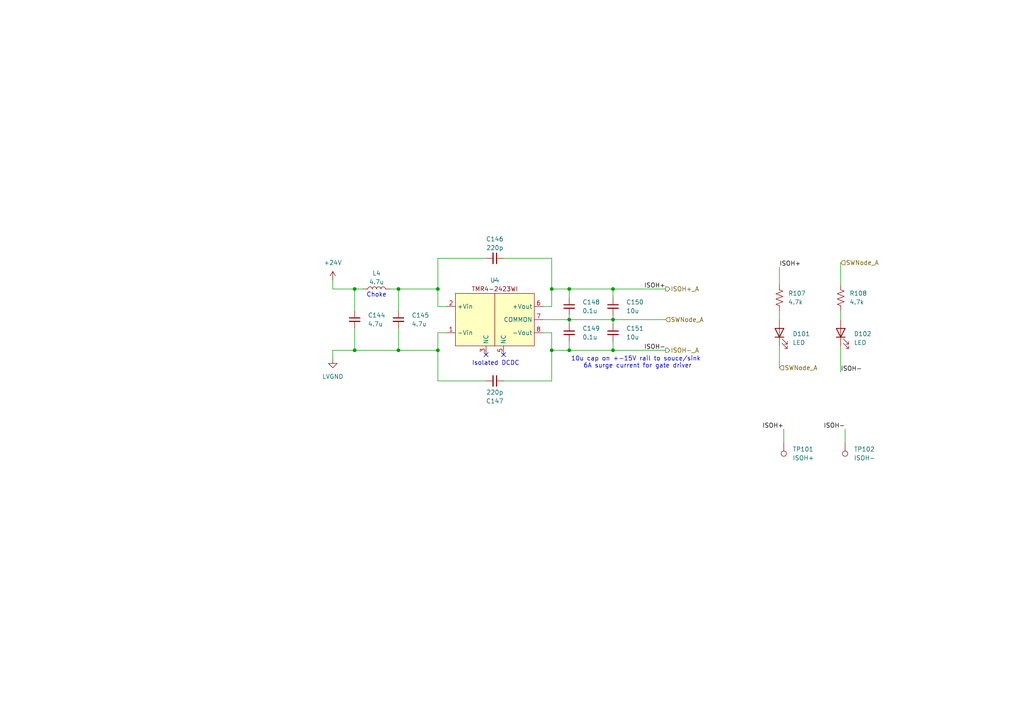
<source format=kicad_sch>
(kicad_sch (version 20250114) (generator "eeschema") (generator_version "9.0")
  (paper "A4")
  (lib_symbols
    (symbol "Connector:TestPoint" (pin_numbers (hide yes)) (pin_names (offset 0.762) (hide yes))
      (property "Reference" "TP" (at 0 6.858 0))
      (property "Value" "TestPoint" (at 0 5.08 0))
      (symbol "TestPoint_0_1"
        (circle (center 0 3.302) (radius 0.762))
      )
      (symbol "TestPoint_1_1"
        (pin passive line (at 0 0 90) (length 2.54) (name "1") (number "1"))
      )
    )
    (symbol "Device:C_Small" (pin_numbers (hide yes)) (pin_names (offset 0.254) (hide yes))
      (property "Reference" "C" (at 0.254 1.778 0))
      (property "Value" "C_Small" (at 0.254 -2.032 0))
      (symbol "C_Small_0_1"
        (polyline (pts (xy -1.524 0.508) (xy 1.524 0.508)) (stroke (width 0.3048)))
        (polyline (pts (xy -1.524 -0.508) (xy 1.524 -0.508)) (stroke (width 0.3302)))
      )
      (symbol "C_Small_1_1"
        (pin passive line (at 0 2.54 270) (length 2.032) (name "~") (number "1"))
        (pin passive line (at 0 -2.54 90) (length 2.032) (name "~") (number "2"))
      )
    )
    (symbol "Device:L" (pin_numbers (hide yes)) (pin_names (offset 1.016) (hide yes))
      (property "Reference" "L" (at -1.27 0 90))
      (property "Value" "L" (at 1.905 0 90))
      (symbol "L_0_1"
        (arc (start 0 2.54) (mid 0.6323 1.905) (end 0 1.27))
        (arc (start 0 1.27) (mid 0.6323 0.635) (end 0 0))
        (arc (start 0 0) (mid 0.6323 -0.635) (end 0 -1.27))
        (arc (start 0 -1.27) (mid 0.6323 -1.905) (end 0 -2.54))
      )
      (symbol "L_1_1"
        (pin passive line (at 0 3.81 270) (length 1.27) (name "1") (number "1"))
        (pin passive line (at 0 -3.81 90) (length 1.27) (name "2") (number "2"))
      )
    )
    (symbol "Device:LED" (pin_numbers (hide yes)) (pin_names (offset 1.016) (hide yes))
      (property "Reference" "D" (at 0 2.54 0))
      (property "Value" "LED" (at 0 -2.54 0))
      (symbol "LED_0_1"
        (polyline (pts (xy -3.048 -0.762) (xy -4.572 -2.286) (xy -3.81 -2.286) (xy -4.572 -2.286) (xy -4.572 -1.524)))
        (polyline (pts (xy -1.778 -0.762) (xy -3.302 -2.286) (xy -2.54 -2.286) (xy -3.302 -2.286) (xy -3.302 -1.524)))
        (polyline (pts (xy -1.27 0) (xy 1.27 0)))
        (polyline (pts (xy -1.27 -1.27) (xy -1.27 1.27)) (stroke (width 0.254)))
        (polyline (pts (xy 1.27 -1.27) (xy 1.27 1.27) (xy -1.27 0) (xy 1.27 -1.27)) (stroke (width 0.254)))
      )
      (symbol "LED_1_1"
        (pin passive line (at -3.81 0 0) (length 2.54) (name "K") (number "1"))
        (pin passive line (at 3.81 0 180) (length 2.54) (name "A") (number "2"))
      )
    )
    (symbol "Device:R_US" (pin_numbers (hide yes)) (pin_names (offset 0))
      (property "Reference" "R" (at 2.54 0 90))
      (property "Value" "R_US" (at -2.54 0 90))
      (symbol "R_US_0_1"
        (polyline (pts (xy 0 2.286) (xy 0 2.54)))
        (polyline (pts (xy 0 2.286) (xy 1.016 1.905) (xy 0 1.524) (xy -1.016 1.143) (xy 0 0.762)))
        (polyline (pts (xy 0 0.762) (xy 1.016 0.381) (xy 0 0) (xy -1.016 -0.381) (xy 0 -0.762)))
        (polyline (pts (xy 0 -0.762) (xy 1.016 -1.143) (xy 0 -1.524) (xy -1.016 -1.905) (xy 0 -2.286)))
        (polyline (pts (xy 0 -2.286) (xy 0 -2.54)))
      )
      (symbol "R_US_1_1"
        (pin passive line (at 0 3.81 270) (length 1.27) (name "~") (number "1"))
        (pin passive line (at 0 -3.81 90) (length 1.27) (name "~") (number "2"))
      )
    )
    (symbol "TractionInverter:TMR4-2423WI"
      (property "Reference" "U" (at 0 0 0))
      (symbol "TMR4-2423WI_0_1"
        (polyline (pts (xy 0 7.62) (xy 0 -7.62)))
      )
      (symbol "TMR4-2423WI_1_1"
        (rectangle (start -11.43 7.62) (end 11.43 -7.62) (fill (type color) (color 255 255 194 1)))
        (text "TMR4-2423WI" (at 0 8.89 0) (effects (font (size 1.27 1.27))))
        (pin passive line (at -13.97 3.81 0) (length 2.54) (name "+Vin") (number "2"))
        (pin passive line (at -13.97 -3.81 0) (length 2.54) (name "-Vin") (number "1"))
        (pin passive line (at -2.54 -10.16 90) (length 2.54) (name "NC") (number "3"))
        (pin passive line (at 2.54 -10.16 90) (length 2.54) (name "NC") (number "5"))
        (pin passive line (at 13.97 3.81 180) (length 2.54) (name "+Vout") (number "6"))
        (pin passive line (at 13.97 0 180) (length 2.54) (name "COMMON") (number "7"))
        (pin passive line (at 13.97 -3.81 180) (length 2.54) (name "-Vout") (number "8"))
      )
    )
    (symbol "power:+24V" (power) (pin_numbers (hide yes)) (pin_names (offset 0) (hide yes))
      (property "Value" "+24V" (at 0 3.556 0))
      (symbol "+24V_0_1"
        (polyline (pts (xy -0.762 1.27) (xy 0 2.54)))
        (polyline (pts (xy 0 2.54) (xy 0.762 1.27)))
        (polyline (pts (xy 0 0) (xy 0 2.54)))
      )
      (symbol "+24V_1_1"
        (pin power_in line (at 0 0 90) (length 0) (name "~") (number "1"))
      )
    )
    (symbol "power:GND" (power) (pin_numbers (hide yes)) (pin_names (offset 0) (hide yes))
      (property "Value" "GND" (at 0 -3.81 0))
      (symbol "GND_0_1"
        (polyline (pts (xy 0 0) (xy 0 -1.27) (xy 1.27 -1.27) (xy 0 -2.54) (xy -1.27 -1.27) (xy 0 -1.27)))
      )
      (symbol "GND_1_1"
        (pin power_in line (at 0 0 270) (length 0) (name "~") (number "1"))
      )
    )
  )
  (text "10u cap on +-15V rail to souce/sink \n6A surge current for gate driver" (at 184.912 105.156 0) (effects (font (size 1.27 1.27))))
  (text "Isolated DCDC" (at 143.764 105.41 0) (effects (font (size 1.27 1.27))))
  (text "Choke" (at 109.22 85.598 0) (effects (font (size 1.27 1.27))))
  (junction (at 177.8 83.82))
  (junction (at 177.8 101.6))
  (junction (at 177.8 92.71))
  (junction (at 115.57 101.6))
  (junction (at 115.57 83.82))
  (junction (at 165.1 83.82))
  (junction (at 165.1 92.71))
  (junction (at 165.1 101.6))
  (junction (at 102.87 83.82))
  (junction (at 160.02 101.6))
  (junction (at 160.02 83.82))
  (junction (at 127 83.82))
  (junction (at 102.87 101.6))
  (junction (at 127 101.6))
  (no_connect (at 146.05 102.87))
  (no_connect (at 140.97 102.87))
  (wire (pts (xy 115.57 83.82) (xy 127 83.82)))
  (wire (pts (xy 127 74.93) (xy 127 83.82)))
  (wire (pts (xy 115.57 101.6) (xy 127 101.6)))
  (wire (pts (xy 243.84 100.33) (xy 243.84 107.95)))
  (wire (pts (xy 177.8 91.44) (xy 177.8 92.71)))
  (wire (pts (xy 160.02 74.93) (xy 160.02 83.82)))
  (wire (pts (xy 177.8 92.71) (xy 177.8 93.98)))
  (wire (pts (xy 165.1 99.06) (xy 165.1 101.6)))
  (wire (pts (xy 140.97 110.49) (xy 127 110.49)))
  (wire (pts (xy 160.02 110.49) (xy 160.02 101.6)))
  (wire (pts (xy 96.52 101.6) (xy 102.87 101.6)))
  (wire (pts (xy 165.1 101.6) (xy 177.8 101.6)))
  (wire (pts (xy 245.11 124.46) (xy 245.11 128.27)))
  (wire (pts (xy 127 88.9) (xy 129.54 88.9)))
  (wire (pts (xy 226.06 100.33) (xy 226.06 106.68)))
  (wire (pts (xy 177.8 92.71) (xy 165.1 92.71)))
  (wire (pts (xy 226.06 77.47) (xy 226.06 82.55)))
  (wire (pts (xy 160.02 101.6) (xy 165.1 101.6)))
  (wire (pts (xy 127 96.52) (xy 127 101.6)))
  (wire (pts (xy 157.48 92.71) (xy 165.1 92.71)))
  (wire (pts (xy 113.03 83.82) (xy 115.57 83.82)))
  (wire (pts (xy 177.8 99.06) (xy 177.8 101.6)))
  (wire (pts (xy 165.1 92.71) (xy 165.1 93.98)))
  (wire (pts (xy 165.1 83.82) (xy 165.1 86.36)))
  (wire (pts (xy 160.02 83.82) (xy 165.1 83.82)))
  (wire (pts (xy 102.87 83.82) (xy 105.41 83.82)))
  (wire (pts (xy 115.57 83.82) (xy 115.57 90.17)))
  (wire (pts (xy 193.04 92.71) (xy 177.8 92.71)))
  (wire (pts (xy 96.52 83.82) (xy 102.87 83.82)))
  (wire (pts (xy 157.48 88.9) (xy 160.02 88.9)))
  (wire (pts (xy 115.57 95.25) (xy 115.57 101.6)))
  (wire (pts (xy 160.02 88.9) (xy 160.02 83.82)))
  (wire (pts (xy 102.87 101.6) (xy 115.57 101.6)))
  (wire (pts (xy 102.87 95.25) (xy 102.87 101.6)))
  (wire (pts (xy 140.97 74.93) (xy 127 74.93)))
  (wire (pts (xy 157.48 96.52) (xy 160.02 96.52)))
  (wire (pts (xy 165.1 83.82) (xy 177.8 83.82)))
  (wire (pts (xy 227.33 124.46) (xy 227.33 128.27)))
  (wire (pts (xy 165.1 91.44) (xy 165.1 92.71)))
  (wire (pts (xy 243.84 90.17) (xy 243.84 92.71)))
  (wire (pts (xy 127 110.49) (xy 127 101.6)))
  (wire (pts (xy 177.8 83.82) (xy 193.04 83.82)))
  (wire (pts (xy 102.87 83.82) (xy 102.87 90.17)))
  (wire (pts (xy 96.52 104.14) (xy 96.52 101.6)))
  (wire (pts (xy 127 83.82) (xy 127 88.9)))
  (wire (pts (xy 160.02 96.52) (xy 160.02 101.6)))
  (wire (pts (xy 243.84 76.2) (xy 243.84 82.55)))
  (wire (pts (xy 177.8 83.82) (xy 177.8 86.36)))
  (wire (pts (xy 146.05 110.49) (xy 160.02 110.49)))
  (wire (pts (xy 146.05 74.93) (xy 160.02 74.93)))
  (wire (pts (xy 177.8 101.6) (xy 193.04 101.6)))
  (wire (pts (xy 96.52 81.28) (xy 96.52 83.82)))
  (wire (pts (xy 226.06 90.17) (xy 226.06 92.71)))
  (wire (pts (xy 127 96.52) (xy 129.54 96.52)))
  (label "ISOH+" (at 227.33 124.46 180))
  (label "ISOH-" (at 245.11 124.46 180))
  (label "ISOH-" (at 243.84 107.95 0))
  (label "ISOH+" (at 226.06 77.47 0))
  (label "ISOH-" (at 193.04 101.6 180))
  (label "ISOH+" (at 193.04 83.82 180))
  (hierarchical_label "SWNode_A" (shape input) (at 193.04 92.71 0))
  (hierarchical_label "SWNode_A" (shape input) (at 243.84 76.2 0))
  (hierarchical_label "SWNode_A" (shape input) (at 226.06 106.68 0))
  (hierarchical_label "ISOH+_A" (shape output) (at 193.04 83.82 0))
  (hierarchical_label "ISOH-_A" (shape output) (at 193.04 101.6 0))
  (symbol (lib_id "Device:C_Small") (at 165.1 88.9 0) (unit 1)
    (property "Reference" "C148" (at 168.91 87.6362 0) (effects (justify left)))
    (property "Value" "0.1u" (at 168.91 90.1762 0) (effects (justify left)))
    (property "Footprint" "Capacitor_SMD:C_0603_1608Metric" (effects (hide yes)))
    (property "Description" "Unpolarized capacitor, small symbol" (effects (hide yes)))
  )
  (symbol (lib_id "Device:C_Small") (at 143.51 74.93 270) (unit 1)
    (property "Reference" "C146" (at 143.51 69.342 90))
    (property "Value" "220p" (at 143.51 71.882 90))
    (property "Footprint" "Capacitor_SMD:C_1808_4520Metric" (effects (hide yes)))
    (property "Description" "Unpolarized capacitor, small symbol" (effects (hide yes)))
  )
  (symbol (lib_id "Device:C_Small") (at 177.8 96.52 0) (unit 1)
    (property "Reference" "C151" (at 181.61 95.2562 0) (effects (justify left)))
    (property "Value" "10u" (at 181.61 97.7962 0) (effects (justify left)))
    (property "Footprint" "Capacitor_SMD:C_1210_3225Metric" (effects (hide yes)))
    (property "Description" "Unpolarized capacitor, small symbol" (effects (hide yes)))
  )
  (symbol (lib_id "Device:LED") (at 243.84 96.52 90) (unit 1)
    (property "Reference" "D102" (at 247.65 96.8374 90) (effects (justify right)))
    (property "Value" "LED" (at 247.65 99.3774 90) (effects (justify right)))
    (property "Footprint" "LED_SMD:LED_0603_1608Metric" (effects (hide yes)))
    (property "Description" "Light emitting diode" (effects (hide yes)))
    (property "Sim.Pins" "1=K 2=A" (effects (hide yes)))
  )
  (symbol (lib_id "Connector:TestPoint") (at 227.33 128.27 180) (unit 1)
    (property "Reference" "TP101" (at 229.87 130.3019 0) (effects (justify right)))
    (property "Value" "ISOH+" (at 229.87 132.8419 0) (effects (justify right)))
    (property "Footprint" "CustomMoco:5281" (effects (hide yes)))
    (property "Description" "test point" (effects (hide yes)))
  )
  (symbol (lib_id "Device:R_US") (at 226.06 86.36 0) (unit 1)
    (property "Reference" "R107" (at 228.6 85.0899 0) (effects (justify left)))
    (property "Value" "4.7k" (at 228.6 87.6299 0) (effects (justify left)))
    (property "Footprint" "Resistor_SMD:R_0603_1608Metric" (effects (hide yes)))
    (property "Description" "Resistor, US symbol" (effects (hide yes)))
  )
  (symbol (lib_id "Device:C_Small") (at 177.8 88.9 0) (unit 1)
    (property "Reference" "C150" (at 181.61 87.6362 0) (effects (justify left)))
    (property "Value" "10u" (at 181.61 90.1762 0) (effects (justify left)))
    (property "Footprint" "Capacitor_SMD:C_1210_3225Metric" (effects (hide yes)))
    (property "Description" "Unpolarized capacitor, small symbol" (effects (hide yes)))
  )
  (symbol (lib_id "Device:C_Small") (at 102.87 92.71 0) (unit 1)
    (property "Reference" "C144" (at 106.68 91.4462 0) (effects (justify left)))
    (property "Value" "4.7u" (at 106.68 93.9862 0) (effects (justify left)))
    (property "Footprint" "Capacitor_SMD:C_1210_3225Metric" (effects (hide yes)))
    (property "Description" "Unpolarized capacitor, small symbol" (effects (hide yes)))
  )
  (symbol (lib_id "Device:LED") (at 226.06 96.52 90) (unit 1)
    (property "Reference" "D101" (at 229.87 96.8374 90) (effects (justify right)))
    (property "Value" "LED" (at 229.87 99.3774 90) (effects (justify right)))
    (property "Footprint" "LED_SMD:LED_0603_1608Metric" (effects (hide yes)))
    (property "Description" "Light emitting diode" (effects (hide yes)))
    (property "Sim.Pins" "1=K 2=A" (effects (hide yes)))
  )
  (symbol (lib_id "TractionInverter:TMR4-2423WI") (at 143.51 92.71 0) (unit 1)
    (property "Reference" "U4" (at 143.51 81.28 0))
    (property "Value" "~" (at 143.51 81.28 0))
  )
  (symbol (lib_id "Device:C_Small") (at 115.57 92.71 0) (unit 1)
    (property "Reference" "C145" (at 119.38 91.4462 0) (effects (justify left)))
    (property "Value" "4.7u" (at 119.38 93.9862 0) (effects (justify left)))
    (property "Footprint" "Capacitor_SMD:C_1210_3225Metric" (effects (hide yes)))
    (property "Description" "Unpolarized capacitor, small symbol" (effects (hide yes)))
  )
  (symbol (lib_id "power:GND") (at 96.52 104.14 0) (unit 1)
    (property "Reference" "#PWR08" (effects (hide yes)))
    (property "Value" "LVGND" (at 96.52 109.22 0))
    (property "Description" "Power symbol creates a global label with name \"GND\" , ground" (effects (hide yes)))
  )
  (symbol (lib_id "Device:R_US") (at 243.84 86.36 0) (unit 1)
    (property "Reference" "R108" (at 246.38 85.0899 0) (effects (justify left)))
    (property "Value" "4.7k" (at 246.38 87.6299 0) (effects (justify left)))
    (property "Footprint" "Resistor_SMD:R_0603_1608Metric" (effects (hide yes)))
    (property "Description" "Resistor, US symbol" (effects (hide yes)))
  )
  (symbol (lib_id "Connector:TestPoint") (at 245.11 128.27 180) (unit 1)
    (property "Reference" "TP102" (at 247.65 130.3019 0) (effects (justify right)))
    (property "Value" "ISOH-" (at 247.65 132.8419 0) (effects (justify right)))
    (property "Footprint" "CustomMoco:5281" (effects (hide yes)))
    (property "Description" "test point" (effects (hide yes)))
  )
  (symbol (lib_id "Device:C_Small") (at 165.1 96.52 0) (unit 1)
    (property "Reference" "C149" (at 168.91 95.2562 0) (effects (justify left)))
    (property "Value" "0.1u" (at 168.91 97.7962 0) (effects (justify left)))
    (property "Footprint" "Capacitor_SMD:C_0603_1608Metric" (effects (hide yes)))
    (property "Description" "Unpolarized capacitor, small symbol" (effects (hide yes)))
  )
  (symbol (lib_id "Device:L") (at 109.22 83.82 90) (unit 1)
    (property "Reference" "L4" (at 109.22 79.248 90))
    (property "Value" "4.7u" (at 109.22 81.788 90))
    (property "Footprint" "CustomMoco:WE-PD2_5848_582055" (effects (hide yes)))
    (property "Description" "Inductor" (effects (hide yes)))
  )
  (symbol (lib_id "Device:C_Small") (at 143.51 110.49 270) (mirror x) (unit 1)
    (property "Reference" "C147" (at 143.51 116.332 90))
    (property "Value" "220p" (at 143.51 113.792 90))
    (property "Footprint" "Capacitor_SMD:C_1808_4520Metric" (effects (hide yes)))
    (property "Description" "Unpolarized capacitor, small symbol" (effects (hide yes)))
  )
  (symbol (lib_id "power:+24V") (at 96.52 81.28 0) (unit 1)
    (property "Reference" "#PWR02" (effects (hide yes)))
    (property "Value" "+24V" (at 96.52 76.2 0))
    (property "Description" "Power symbol creates a global label with name \"+24V\"" (effects (hide yes)))
  )
)
</source>
